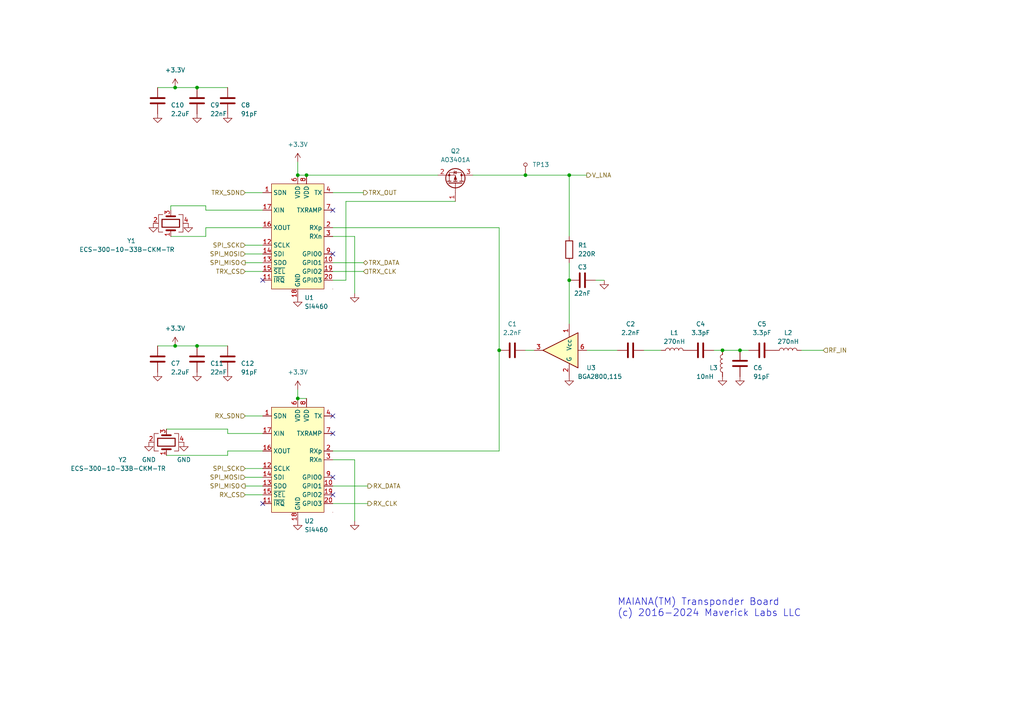
<source format=kicad_sch>
(kicad_sch (version 20230121) (generator eeschema)
  (paper "A4")
  (title_block (title "Receiver Chain") (date "2024-02-03") (rev "11.9.1"))
  (lib_symbols
    (symbol "Device:C" (pin_numbers hide) (pin_names (offset 0.254))
      (property "Reference" "C" (at 0.635 2.54 0))
      (property "Value" "C" (at 0.635 -2.54 0))
      (symbol "C_0_1"
        (polyline (pts (xy -2.032 -0.762) (xy 2.032 -0.762)) (stroke (width 0.508)))
        (polyline (pts (xy -2.032 0.762) (xy 2.032 0.762)) (stroke (width 0.508)))
      )
      (symbol "C_1_1"
        (pin passive line (at 0 3.81 270) (length 2.794) (name "~") (number "1"))
        (pin passive line (at 0 -3.81 90) (length 2.794) (name "~") (number "2"))
      )
    )
    (symbol "Device:Crystal_GND24" (pin_names (offset 1.016) hide)
      (property "Reference" "Y" (at 3.175 5.08 0))
      (property "Value" "Crystal_GND24" (at 3.175 3.175 0))
      (symbol "Crystal_GND24_0_1"
        (rectangle (start -1.143 2.54) (end 1.143 -2.54) (stroke (width 0.3048)))
        (polyline (pts (xy -2.54 0) (xy -2.032 0)))
        (polyline (pts (xy -2.032 -1.27) (xy -2.032 1.27)) (stroke (width 0.508)))
        (polyline (pts (xy 0 -3.81) (xy 0 -3.556)))
        (polyline (pts (xy 0 3.556) (xy 0 3.81)))
        (polyline (pts (xy 2.032 -1.27) (xy 2.032 1.27)) (stroke (width 0.508)))
        (polyline (pts (xy 2.032 0) (xy 2.54 0)))
        (polyline (pts (xy -2.54 -2.286) (xy -2.54 -3.556) (xy 2.54 -3.556) (xy 2.54 -2.286)))
        (polyline (pts (xy -2.54 2.286) (xy -2.54 3.556) (xy 2.54 3.556) (xy 2.54 2.286)))
      )
      (symbol "Crystal_GND24_1_1"
        (pin passive line (at -3.81 0 0) (length 1.27) (name "1") (number "1"))
        (pin passive line (at 0 5.08 270) (length 1.27) (name "2") (number "2"))
        (pin passive line (at 3.81 0 180) (length 1.27) (name "3") (number "3"))
        (pin passive line (at 0 -5.08 90) (length 1.27) (name "4") (number "4"))
      )
    )
    (symbol "Device:L" (pin_numbers hide) (pin_names (offset 1.016) hide)
      (property "Reference" "L" (at -1.27 0 90))
      (property "Value" "L" (at 1.905 0 90))
      (symbol "L_0_1"
        (arc (start 0 -2.54) (mid 0.6323 -1.905) (end 0 -1.27))
        (arc (start 0 -1.27) (mid 0.6323 -0.635) (end 0 0))
        (arc (start 0 0) (mid 0.6323 0.635) (end 0 1.27))
        (arc (start 0 1.27) (mid 0.6323 1.905) (end 0 2.54))
      )
      (symbol "L_1_1"
        (pin passive line (at 0 3.81 270) (length 1.27) (name "1") (number "1"))
        (pin passive line (at 0 -3.81 90) (length 1.27) (name "2") (number "2"))
      )
    )
    (symbol "Device:R" (pin_numbers hide) (pin_names (offset 0))
      (property "Reference" "R" (at 2.032 0 90))
      (property "Value" "R" (at 0 0 90))
      (symbol "R_0_1"
        (rectangle (start -1.016 -2.54) (end 1.016 2.54) (stroke (width 0.254)))
      )
      (symbol "R_1_1"
        (pin passive line (at 0 3.81 270) (length 1.27) (name "~") (number "1"))
        (pin passive line (at 0 -3.81 90) (length 1.27) (name "~") (number "2"))
      )
    )
    (symbol "RF:Si4460"
      (property "Reference" "U" (at -6.35 16.51 0))
      (property "Value" "Si4460" (at 6.35 16.51 0))
      (symbol "Si4460_0_1"
        (rectangle (start -7.62 15.24) (end 7.62 -15.24) (fill (type background)))
        (rectangle (start 10.16 -15.24) (end 10.16 -15.24))
      )
      (symbol "Si4460_1_1"
        (pin input line (at -10.16 12.7 0) (length 2.54) (name "SDN") (number "1"))
        (pin bidirectional line (at 10.16 -7.62 180) (length 2.54) (name "GPIO1") (number "10"))
        (pin open_collector line (at -10.16 -12.7 0) (length 2.54) (name "~{IRQ}") (number "11"))
        (pin input line (at -10.16 -2.54 0) (length 2.54) (name "SCLK") (number "12"))
        (pin output line (at -10.16 -7.62 0) (length 2.54) (name "SDO") (number "13"))
        (pin input line (at -10.16 -5.08 0) (length 2.54) (name "SDI") (number "14"))
        (pin input line (at -10.16 -10.16 0) (length 2.54) (name "~{SEL}") (number "15"))
        (pin passive line (at -10.16 2.54 0) (length 2.54) (name "XOUT") (number "16"))
        (pin input line (at -10.16 7.62 0) (length 2.54) (name "XIN") (number "17"))
        (pin power_in line (at 0 -17.78 90) (length 2.54) (name "GND") (number "18"))
        (pin bidirectional line (at 10.16 -10.16 180) (length 2.54) (name "GPIO2") (number "19"))
        (pin input line (at 10.16 2.54 180) (length 2.54) (name "RXp") (number "2"))
        (pin bidirectional line (at 10.16 -12.7 180) (length 2.54) (name "GPIO3") (number "20"))
        (pin passive line (at 0 -17.78 90) (length 2.54) hide (name "GND") (number "21"))
        (pin input line (at 10.16 0 180) (length 2.54) (name "RXn") (number "3"))
        (pin output line (at 10.16 12.7 180) (length 2.54) (name "TX") (number "4"))
        (pin no_connect line (at 7.62 -15.24 180) (length 2.54) hide (name "NC") (number "5"))
        (pin power_in line (at 0 17.78 270) (length 2.54) (name "VDD") (number "6"))
        (pin output line (at 10.16 7.62 180) (length 2.54) (name "TXRAMP") (number "7"))
        (pin power_in line (at 2.54 17.78 270) (length 2.54) (name "VDD") (number "8"))
        (pin bidirectional line (at 10.16 -5.08 180) (length 2.54) (name "GPIO0") (number "9"))
      )
    )
    (symbol "RF_Amplifier:BGA2800"
      (property "Reference" "U" (at 2.54 6.35 0))
      (property "Value" "BGA2800" (at 3.81 3.81 0))
      (symbol "BGA2800_0_1"
        (polyline (pts (xy 5.08 0) (xy -5.08 5.08) (xy -5.08 -5.08) (xy 5.08 0)) (stroke (width 0.254)) (fill (type background)))
      )
      (symbol "BGA2800_1_1"
        (pin power_in line (at -2.54 7.62 270) (length 3.81) (name "Vcc") (number "1"))
        (pin power_in line (at -2.54 -7.62 90) (length 3.81) (name "G") (number "2"))
        (pin output line (at 7.62 0 180) (length 2.54) (name "~") (number "3"))
        (pin passive line (at -2.54 -7.62 90) (length 3.81) hide (name "G") (number "4"))
        (pin passive line (at -2.54 -7.62 90) (length 3.81) hide (name "G") (number "5"))
        (pin input line (at -7.62 0 0) (length 2.54) (name "~") (number "6"))
      )
    )
    (symbol "TestPads:TestPad-D1.2mm"
      (property "Reference" "TP" (at 1.27 4.826 0))
      (symbol "TestPad-D1.2mm_0_1"
        (circle (center 0 3.048) (radius 0.508))
      )
      (symbol "TestPad-D1.2mm_1_1"
        (pin passive line (at 0 0 90) (length 2.54) (name "P") (number "1"))
      )
    )
    (symbol "Transistor_FET:AO3401A" (pin_names hide)
      (property "Reference" "Q" (at 5.08 1.905 0))
      (property "Value" "AO3401A" (at 5.08 0 0))
      (symbol "AO3401A_0_1"
        (polyline (pts (xy 0.254 0) (xy -2.54 0)))
        (polyline (pts (xy 0.254 1.905) (xy 0.254 -1.905)) (stroke (width 0.254)))
        (polyline (pts (xy 0.762 -1.27) (xy 0.762 -2.286)) (stroke (width 0.254)))
        (polyline (pts (xy 0.762 0.508) (xy 0.762 -0.508)) (stroke (width 0.254)))
        (polyline (pts (xy 0.762 2.286) (xy 0.762 1.27)) (stroke (width 0.254)))
        (polyline (pts (xy 2.54 2.54) (xy 2.54 1.778)))
        (polyline (pts (xy 2.54 -2.54) (xy 2.54 0) (xy 0.762 0)))
        (polyline (pts (xy 0.762 1.778) (xy 3.302 1.778) (xy 3.302 -1.778) (xy 0.762 -1.778)))
        (polyline (pts (xy 2.286 0) (xy 1.27 0.381) (xy 1.27 -0.381) (xy 2.286 0)) (fill (type outline)))
        (polyline (pts (xy 2.794 -0.508) (xy 2.921 -0.381) (xy 3.683 -0.381) (xy 3.81 -0.254)))
        (polyline (pts (xy 3.302 -0.381) (xy 2.921 0.254) (xy 3.683 0.254) (xy 3.302 -0.381)))
        (circle (center 1.651 0) (radius 2.794) (stroke (width 0.254)))
        (circle (center 2.54 -1.778) (radius 0.254) (fill (type outline)))
        (circle (center 2.54 1.778) (radius 0.254) (fill (type outline)))
      )
      (symbol "AO3401A_1_1"
        (pin input line (at -5.08 0 0) (length 2.54) (name "G") (number "1"))
        (pin passive line (at 2.54 -5.08 90) (length 2.54) (name "S") (number "2"))
        (pin passive line (at 2.54 5.08 270) (length 2.54) (name "D") (number "3"))
      )
    )
    (symbol "power:+3.3V" (power) (pin_names (offset 0))
      (property "Value" "+3.3V" (at 0 3.556 0))
      (symbol "+3.3V_0_1"
        (polyline (pts (xy -0.762 1.27) (xy 0 2.54)))
        (polyline (pts (xy 0 0) (xy 0 2.54)))
        (polyline (pts (xy 0 2.54) (xy 0.762 1.27)))
      )
      (symbol "+3.3V_1_1"
        (pin power_in line (at 0 0 90) (length 0) hide (name "+3.3V") (number "1"))
      )
    )
    (symbol "power:GND" (power) (pin_names (offset 0))
      (property "Value" "GND" (at 0 -3.81 0))
      (symbol "GND_0_1"
        (polyline (pts (xy 0 0) (xy 0 -1.27) (xy 1.27 -1.27) (xy 0 -2.54) (xy -1.27 -1.27) (xy 0 -1.27)))
      )
      (symbol "GND_1_1"
        (pin power_in line (at 0 0 270) (length 0) hide (name "GND") (number "1"))
      )
    )
  )
  (junction (at 165.1 50.8))
  (junction (at 50.8 100.33))
  (junction (at 88.9 50.8))
  (junction (at 152.4 50.8))
  (junction (at 165.1 81.28))
  (junction (at 209.55 101.6))
  (junction (at 86.36 115.57))
  (junction (at 214.63 101.6))
  (junction (at 57.15 100.33))
  (junction (at 57.15 25.4))
  (junction (at 50.8 25.4))
  (junction (at 86.36 50.8))
  (junction (at 144.78 101.6))
  (no_connect (at 96.52 120.65))
  (no_connect (at 96.52 143.51))
  (no_connect (at 76.2 81.28))
  (no_connect (at 96.52 125.73))
  (no_connect (at 96.52 73.66))
  (no_connect (at 96.52 60.96))
  (no_connect (at 96.52 138.43))
  (no_connect (at 76.2 146.05))
  (wire (pts (xy 165.1 50.8) (xy 165.1 68.58)))
  (wire (pts (xy 102.87 133.35) (xy 102.87 151.13)))
  (wire (pts (xy 102.87 68.58) (xy 102.87 85.09)))
  (wire (pts (xy 88.9 50.8) (xy 127 50.8)))
  (wire (pts (xy 66.04 124.46) (xy 66.04 125.73)))
  (wire (pts (xy 86.36 50.8) (xy 88.9 50.8)))
  (wire (pts (xy 71.12 135.89) (xy 76.2 135.89)))
  (wire (pts (xy 144.78 66.04) (xy 144.78 101.6)))
  (wire (pts (xy 137.16 50.8) (xy 152.4 50.8)))
  (wire (pts (xy 214.63 101.6) (xy 217.17 101.6)))
  (wire (pts (xy 96.52 76.2) (xy 105.41 76.2)))
  (wire (pts (xy 96.52 66.04) (xy 144.78 66.04)))
  (wire (pts (xy 71.12 140.97) (xy 76.2 140.97)))
  (wire (pts (xy 71.12 120.65) (xy 76.2 120.65)))
  (wire (pts (xy 86.36 46.99) (xy 86.36 50.8)))
  (wire (pts (xy 66.04 130.81) (xy 76.2 130.81)))
  (wire (pts (xy 207.01 101.6) (xy 209.55 101.6)))
  (wire (pts (xy 186.69 101.6) (xy 191.77 101.6)))
  (wire (pts (xy 144.78 101.6) (xy 144.78 130.81)))
  (wire (pts (xy 96.52 68.58) (xy 102.87 68.58)))
  (wire (pts (xy 165.1 81.28) (xy 165.1 93.98)))
  (wire (pts (xy 71.12 138.43) (xy 76.2 138.43)))
  (wire (pts (xy 232.41 101.6) (xy 238.76 101.6)))
  (wire (pts (xy 59.69 66.04) (xy 76.2 66.04)))
  (wire (pts (xy 71.12 55.88) (xy 76.2 55.88)))
  (wire (pts (xy 45.72 25.4) (xy 50.8 25.4)))
  (wire (pts (xy 86.36 115.57) (xy 88.9 115.57)))
  (wire (pts (xy 71.12 78.74) (xy 76.2 78.74)))
  (wire (pts (xy 49.53 59.69) (xy 59.69 59.69)))
  (wire (pts (xy 132.08 58.42) (xy 100.33 58.42)))
  (wire (pts (xy 152.4 50.8) (xy 165.1 50.8)))
  (wire (pts (xy 172.72 81.28) (xy 175.26 81.28)))
  (wire (pts (xy 50.8 100.33) (xy 57.15 100.33)))
  (wire (pts (xy 57.15 25.4) (xy 66.04 25.4)))
  (wire (pts (xy 71.12 71.12) (xy 76.2 71.12)))
  (wire (pts (xy 57.15 100.33) (xy 66.04 100.33)))
  (wire (pts (xy 86.36 113.03) (xy 86.36 115.57)))
  (wire (pts (xy 96.52 146.05) (xy 106.68 146.05)))
  (wire (pts (xy 48.26 132.08) (xy 66.04 132.08)))
  (wire (pts (xy 59.69 60.96) (xy 76.2 60.96)))
  (wire (pts (xy 96.52 81.28) (xy 100.33 81.28)))
  (wire (pts (xy 59.69 66.04) (xy 59.69 68.58)))
  (wire (pts (xy 66.04 132.08) (xy 66.04 130.81)))
  (wire (pts (xy 66.04 125.73) (xy 76.2 125.73)))
  (wire (pts (xy 96.52 55.88) (xy 105.41 55.88)))
  (wire (pts (xy 100.33 58.42) (xy 100.33 81.28)))
  (wire (pts (xy 165.1 50.8) (xy 170.18 50.8)))
  (wire (pts (xy 49.53 68.58) (xy 59.69 68.58)))
  (wire (pts (xy 71.12 76.2) (xy 76.2 76.2)))
  (wire (pts (xy 59.69 59.69) (xy 59.69 60.96)))
  (wire (pts (xy 152.4 101.6) (xy 154.94 101.6)))
  (wire (pts (xy 71.12 73.66) (xy 76.2 73.66)))
  (wire (pts (xy 209.55 101.6) (xy 214.63 101.6)))
  (wire (pts (xy 48.26 124.46) (xy 66.04 124.46)))
  (wire (pts (xy 96.52 78.74) (xy 105.41 78.74)))
  (wire (pts (xy 71.12 143.51) (xy 76.2 143.51)))
  (wire (pts (xy 49.53 60.96) (xy 49.53 59.69)))
  (wire (pts (xy 96.52 133.35) (xy 102.87 133.35)))
  (wire (pts (xy 96.52 140.97) (xy 106.68 140.97)))
  (wire (pts (xy 170.18 101.6) (xy 179.07 101.6)))
  (wire (pts (xy 165.1 76.2) (xy 165.1 81.28)))
  (wire (pts (xy 50.8 25.4) (xy 57.15 25.4)))
  (wire (pts (xy 45.72 100.33) (xy 50.8 100.33)))
  (wire (pts (xy 144.78 130.81) (xy 96.52 130.81)))
  (text "MAIANA(TM) Transponder Board\n(c) 2016-2024 Maverick Labs LLC" (at 179.07 179.07 0) (effects (font (size 2 2)) (justify left bottom)))
  (hierarchical_label "RX_CS" (shape input) (at 71.12 143.51 180))
  (hierarchical_label "SPI_MISO" (shape output) (at 71.12 76.2 180))
  (hierarchical_label "TRX_OUT" (shape output) (at 105.41 55.88 0))
  (hierarchical_label "SPI_MISO" (shape output) (at 71.12 140.97 180))
  (hierarchical_label "SPI_MOSI" (shape input) (at 71.12 73.66 180))
  (hierarchical_label "V_LNA" (shape output) (at 170.18 50.8 0))
  (hierarchical_label "TRX_CS" (shape input) (at 71.12 78.74 180))
  (hierarchical_label "TRX_CLK" (shape input) (at 105.41 78.74 0))
  (hierarchical_label "RF_IN" (shape input) (at 238.76 101.6 0))
  (hierarchical_label "SPI_SCK" (shape input) (at 71.12 71.12 180))
  (hierarchical_label "SPI_MOSI" (shape input) (at 71.12 138.43 180))
  (hierarchical_label "TRX_SDN" (shape input) (at 71.12 55.88 180))
  (hierarchical_label "SPI_SCK" (shape input) (at 71.12 135.89 180))
  (hierarchical_label "RX_SDN" (shape input) (at 71.12 120.65 180))
  (hierarchical_label "RX_CLK" (shape output) (at 106.68 146.05 0))
  (hierarchical_label "RX_DATA" (shape output) (at 106.68 140.97 0))
  (hierarchical_label "TRX_DATA" (shape bidirectional) (at 105.41 76.2 0))
  (symbol (lib_id "power:GND") (at 66.04 33.02 0) (unit 1)
    (property "Reference" "#PWR019" (effects hide))
    (property "Value" "GND" (effects hide))
  )
  (symbol (lib_id "power:GND") (at 66.04 107.95 0) (unit 1)
    (property "Reference" "#PWR022" (effects hide))
    (property "Value" "GND" (effects hide))
  )
  (symbol (lib_id "RF:Si4460") (at 86.36 68.58 0) (unit 1)
    (property "Reference" "U1" (at 88.3159 86.36 0) (effects (justify left)))
    (property "Value" "Si4460" (at 88.3159 88.9 0) (effects (justify left)))
    (property "Footprint" "Package_DFN_QFN:QFN-20-1EP_4x4mm_P0.5mm_EP2.6x2.6mm_ThermalVias" (effects hide))
    (property "Datasheet" "https://www.silabs.com/documents/public/data-sheets/Si4464-63-61-60.pdf" (effects hide))
  )
  (symbol (lib_id "power:GND") (at 102.87 85.09 0) (unit 1)
    (property "Reference" "#PWR08" (effects hide))
    (property "Value" "GND" (effects hide))
  )
  (symbol (lib_id "power:GND") (at 57.15 107.95 0) (unit 1)
    (property "Reference" "#PWR021" (effects hide))
    (property "Value" "GND" (effects hide))
  )
  (symbol (lib_id "power:GND") (at 102.87 151.13 0) (unit 1)
    (property "Reference" "#PWR07" (effects hide))
    (property "Value" "GND" (effects hide))
  )
  (symbol (lib_id "power:GND") (at 86.36 151.13 0) (unit 1)
    (property "Reference" "#PWR02" (effects hide))
    (property "Value" "GND" (effects hide))
  )
  (symbol (lib_id "Device:C") (at 45.72 29.21 180) (unit 1)
    (property "Reference" "C10" (at 49.53 30.48 0) (effects (justify right)))
    (property "Value" "2.2uF" (at 49.53 33.02 0) (effects (justify right)))
    (property "Footprint" "Capacitor_SMD:C_0603_1608Metric" (effects hide))
  )
  (symbol (lib_id "power:GND") (at 54.61 64.77 0) (unit 1)
    (property "Reference" "#PWR06" (effects hide))
    (property "Value" "GND" (effects hide))
  )
  (symbol (lib_id "power:GND") (at 45.72 33.02 0) (unit 1)
    (property "Reference" "#PWR017" (effects hide))
    (property "Value" "GND" (effects hide))
  )
  (symbol (lib_id "Device:C") (at 57.15 104.14 180) (unit 1)
    (property "Reference" "C11" (at 60.96 105.41 0) (effects (justify right)))
    (property "Value" "22nF" (at 60.96 107.95 0) (effects (justify right)))
    (property "Footprint" "Capacitor_SMD:C_0603_1608Metric" (effects hide))
  )
  (symbol (lib_id "power:GND") (at 57.15 33.02 0) (unit 1)
    (property "Reference" "#PWR018" (effects hide))
    (property "Value" "GND" (effects hide))
  )
  (symbol (lib_id "Transistor_FET:AO3401A") (at 132.08 53.34 270) (mirror x) (unit 1)
    (property "Reference" "Q2" (at 132.08 43.815 90))
    (property "Value" "AO3401A" (at 132.08 46.355 90))
    (property "Footprint" "Package_TO_SOT_SMD:SOT-23" (effects hide))
    (property "Datasheet" "http://www.aosmd.com/pdfs/datasheet/AO3401A.pdf" (effects hide))
    (instances (project "transponder-11.9.1" (path "" (reference "Q2") (unit 1)) (path "" (reference "Q7") (unit 1))))
  )
  (symbol (lib_id "power:+3.3V") (at 86.36 46.99 0) (unit 1)
    (property "Reference" "#PWR013" (effects hide))
    (property "Value" "+3.3V" (at 86.36 41.91 0))
  )
  (symbol (lib_id "Device:L") (at 195.58 101.6 90) (unit 1)
    (property "Reference" "L1" (at 195.58 96.52 90))
    (property "Value" "270nH" (at 195.58 99.06 90))
    (property "Footprint" "Inductor_SMD:L_0603_1608Metric" (effects hide))
  )
  (symbol (lib_id "power:GND") (at 53.34 128.27 0) (unit 1)
    (property "Reference" "#PWR03" (effects hide))
    (property "Value" "GND" (at 53.34 133.35 0))
  )
  (symbol (lib_id "Device:C") (at 168.91 81.28 90) (unit 1)
    (property "Reference" "C3" (at 168.91 77.47 90))
    (property "Value" "22nF" (at 168.91 85.09 90))
    (property "Footprint" "Capacitor_SMD:C_0603_1608Metric" (effects hide))
  )
  (symbol (lib_id "RF_Amplifier:BGA2800") (at 162.56 101.6 0) (mirror y) (unit 1)
    (property "Reference" "U3" (at 171.45 106.68 0))
    (property "Value" "BGA2800,115" (at 173.99 109.22 0))
    (property "Footprint" "Package_TO_SOT_SMD:SOT-363_SC-70-6" (effects hide))
    (property "Datasheet" "https://www.nxp.com/docs/en/data-sheet/BGA2800.pdf" (effects hide))
  )
  (symbol (lib_id "Device:L") (at 209.55 105.41 180) (unit 1)
    (property "Reference" "L3" (at 205.74 106.68 0) (effects (justify right)))
    (property "Value" "10nH" (at 201.93 109.22 0) (effects (justify right)))
    (property "Footprint" "Inductor_SMD:L_0603_1608Metric" (effects hide))
  )
  (symbol (lib_id "power:GND") (at 214.63 109.22 0) (unit 1)
    (property "Reference" "#PWR012" (effects hide))
    (property "Value" "GND" (effects hide))
  )
  (symbol (lib_id "Device:C") (at 220.98 101.6 90) (unit 1)
    (property "Reference" "C5" (at 220.98 93.98 90))
    (property "Value" "3.3pF" (at 220.98 96.52 90))
    (property "Footprint" "Capacitor_SMD:C_0603_1608Metric" (effects hide))
  )
  (symbol (lib_id "power:GND") (at 175.26 81.28 0) (unit 1)
    (property "Reference" "#PWR010" (effects hide))
    (property "Value" "GND" (effects hide))
  )
  (symbol (lib_id "Device:L") (at 228.6 101.6 90) (unit 1)
    (property "Reference" "L2" (at 228.6 96.52 90))
    (property "Value" "270nH" (at 228.6 99.06 90))
    (property "Footprint" "Inductor_SMD:L_0603_1608Metric" (effects hide))
  )
  (symbol (lib_id "Device:R") (at 165.1 72.39 0) (unit 1)
    (property "Reference" "R1" (at 167.64 71.12 0) (effects (justify left)))
    (property "Value" "220R" (at 167.64 73.66 0) (effects (justify left)))
    (property "Footprint" "Resistor_SMD:R_0603_1608Metric" (effects hide))
  )
  (symbol (lib_id "power:GND") (at 45.72 107.95 0) (unit 1)
    (property "Reference" "#PWR015" (effects hide))
    (property "Value" "GND" (effects hide))
  )
  (symbol (lib_id "power:GND") (at 209.55 109.22 0) (unit 1)
    (property "Reference" "#PWR011" (effects hide))
    (property "Value" "GND" (effects hide))
  )
  (symbol (lib_id "Device:Crystal_GND24") (at 48.26 128.27 90) (unit 1)
    (property "Reference" "Y2" (at 35.56 133.35 90))
    (property "Value" "ECS-300-10-33B-CKM-TR" (at 34.29 135.89 90))
    (property "Footprint" "Crystal:Crystal_SMD_3225-4Pin_3.2x2.5mm" (effects hide))
  )
  (symbol (lib_id "Device:C") (at 45.72 104.14 180) (unit 1)
    (property "Reference" "C7" (at 49.53 105.41 0) (effects (justify right)))
    (property "Value" "2.2uF" (at 49.53 107.95 0) (effects (justify right)))
    (property "Footprint" "Capacitor_SMD:C_0603_1608Metric" (effects hide))
  )
  (symbol (lib_id "Device:C") (at 57.15 29.21 180) (unit 1)
    (property "Reference" "C9" (at 60.96 30.48 0) (effects (justify right)))
    (property "Value" "22nF" (at 60.96 33.02 0) (effects (justify right)))
    (property "Footprint" "Capacitor_SMD:C_0603_1608Metric" (effects hide))
  )
  (symbol (lib_id "Device:C") (at 203.2 101.6 270) (unit 1)
    (property "Reference" "C4" (at 203.2 93.98 90))
    (property "Value" "3.3pF" (at 203.2 96.52 90))
    (property "Footprint" "Capacitor_SMD:C_0603_1608Metric" (effects hide))
  )
  (symbol (lib_id "RF:Si4460") (at 86.36 133.35 0) (unit 1)
    (property "Reference" "U2" (at 88.3159 151.13 0) (effects (justify left)))
    (property "Value" "Si4460" (at 88.3159 153.67 0) (effects (justify left)))
    (property "Footprint" "Package_DFN_QFN:QFN-20-1EP_4x4mm_P0.5mm_EP2.6x2.6mm_ThermalVias" (effects hide))
    (property "Datasheet" "https://www.silabs.com/documents/public/data-sheets/Si4464-63-61-60.pdf" (effects hide))
  )
  (symbol (lib_id "power:GND") (at 43.18 128.27 0) (unit 1)
    (property "Reference" "#PWR04" (effects hide))
    (property "Value" "GND" (at 43.18 133.35 0))
  )
  (symbol (lib_id "power:+3.3V") (at 50.8 25.4 0) (unit 1)
    (property "Reference" "#PWR016" (effects hide))
    (property "Value" "+3.3V" (at 50.8 20.32 0))
  )
  (symbol (lib_id "Device:C") (at 66.04 29.21 180) (unit 1)
    (property "Reference" "C8" (at 69.85 30.48 0) (effects (justify right)))
    (property "Value" "91pF" (at 69.85 33.02 0) (effects (justify right)))
    (property "Footprint" "Capacitor_SMD:C_0603_1608Metric" (effects hide))
  )
  (symbol (lib_id "Device:C") (at 66.04 104.14 180) (unit 1)
    (property "Reference" "C12" (at 69.85 105.41 0) (effects (justify right)))
    (property "Value" "91pF" (at 69.85 107.95 0) (effects (justify right)))
    (property "Footprint" "Capacitor_SMD:C_0603_1608Metric" (effects hide))
  )
  (symbol (lib_id "Device:C") (at 214.63 105.41 180) (unit 1)
    (property "Reference" "C6" (at 218.44 106.68 0) (effects (justify right)))
    (property "Value" "91pF" (at 218.44 109.22 0) (effects (justify right)))
    (property "Footprint" "Capacitor_SMD:C_0603_1608Metric" (effects hide))
  )
  (symbol (lib_id "Device:C") (at 148.59 101.6 90) (unit 1)
    (property "Reference" "C1" (at 148.59 93.98 90))
    (property "Value" "2.2nF" (at 148.59 96.52 90))
    (property "Footprint" "Capacitor_SMD:C_0603_1608Metric" (effects hide))
  )
  (symbol (lib_id "power:GND") (at 44.45 64.77 0) (unit 1)
    (property "Reference" "#PWR05" (effects hide))
    (property "Value" "GND" (effects hide))
  )
  (symbol (lib_id "power:+3.3V") (at 50.8 100.33 0) (unit 1)
    (property "Reference" "#PWR020" (effects hide))
    (property "Value" "+3.3V" (at 50.8 95.25 0))
  )
  (symbol (lib_id "power:GND") (at 165.1 109.22 0) (unit 1)
    (property "Reference" "#PWR09" (effects hide))
    (property "Value" "GND" (effects hide))
  )
  (symbol (lib_id "TestPads:TestPad-D1.2mm") (at 152.4 50.8 0) (unit 1)
    (property "Reference" "TP13" (at 154.432 47.752 0) (effects (justify left)))
    (property "Value" "~" (at 152.4 50.8 0))
    (property "Footprint" "TestPads:TP_1.2MM" (effects hide))
  )
  (symbol (lib_id "power:+3.3V") (at 86.36 113.03 0) (unit 1)
    (property "Reference" "#PWR014" (effects hide))
    (property "Value" "+3.3V" (at 86.36 107.95 0))
  )
  (symbol (lib_id "Device:C") (at 182.88 101.6 90) (unit 1)
    (property "Reference" "C2" (at 182.88 93.98 90))
    (property "Value" "2.2nF" (at 182.88 96.52 90))
    (property "Footprint" "Capacitor_SMD:C_0603_1608Metric" (effects hide))
  )
  (symbol (lib_id "power:GND") (at 86.36 86.36 0) (unit 1)
    (property "Reference" "#PWR01" (effects hide))
    (property "Value" "GND" (effects hide))
  )
  (symbol (lib_id "Device:Crystal_GND24") (at 49.53 64.77 90) (unit 1)
    (property "Reference" "Y1" (at 38.1 69.85 90))
    (property "Value" "ECS-300-10-33B-CKM-TR" (at 36.83 72.39 90))
    (property "Footprint" "Crystal:Crystal_SMD_3225-4Pin_3.2x2.5mm" (effects hide))
  )
)
</source>
